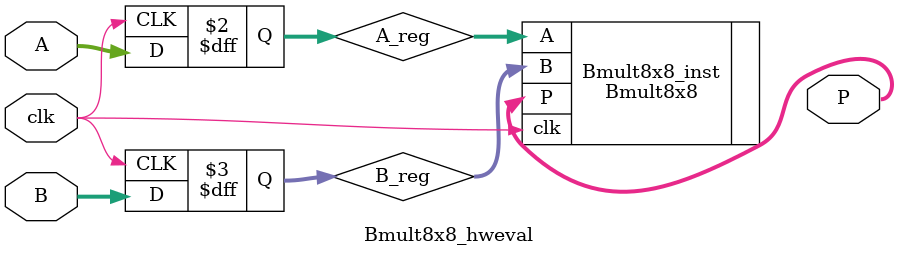
<source format=sv>
`timescale 1ns / 1ps

module Bmult8x8_hweval (
    input  logic          clk,
    input  logic [7  : 0] A,
    input  logic [7  : 0] B,
    output logic [15 : 0] P
    );

    logic [7 : 0] A_reg;
    logic [7 : 0] B_reg;

    always_ff @(posedge clk) begin
        A_reg <= A;
        B_reg <= B;
    end

    Bmult8x8 Bmult8x8_inst (
        .clk(clk  ),
        .A  (A_reg),
        .B  (B_reg),
        .P  (P    ));

endmodule
</source>
